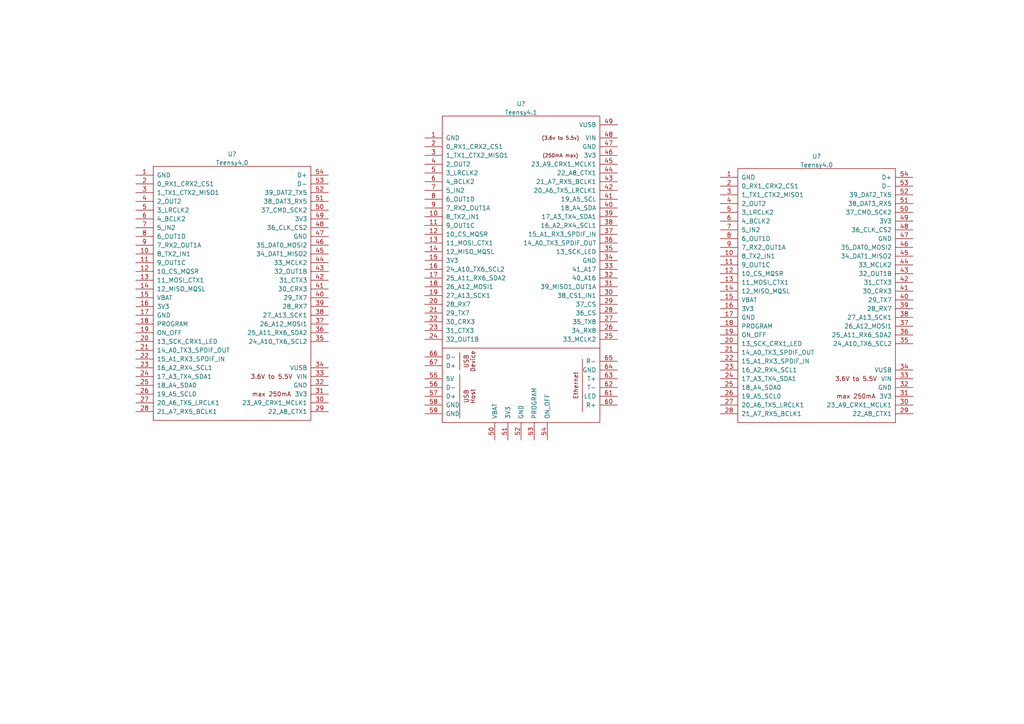
<source format=kicad_sch>
(kicad_sch (version 20211123) (generator eeschema)
  (paper "A4")
  (lib_symbols
    (symbol "teensy:Teensy4.0" (pin_names (offset 1.016))
      (property "Reference" "U" (at 0 39.37 0))
      (property "Value" "Teensy4.0" (at 0 -39.37 0))
      (symbol "Teensy4.0_0_0"
        (text "3.6V to 5.5V" (at 11.43 -24.13 0) (effects (font (size 1.27 1.27))))
        (text "max 250mA" (at 11.43 -29.21 0) (effects (font (size 1.27 1.27))))
        (pin bidirectional line (at -27.94 11.43 0) (length 5.08) (name "8_TX2_IN1") (number "10"))
        (pin bidirectional line (at -27.94 8.89 0) (length 5.08) (name "9_OUT1C") (number "11"))
        (pin bidirectional line (at -27.94 6.35 0) (length 5.08) (name "10_CS_MQSR") (number "12"))
        (pin bidirectional line (at -27.94 3.81 0) (length 5.08) (name "11_MOSI_CTX1") (number "13"))
        (pin bidirectional line (at -27.94 1.27 0) (length 5.08) (name "12_MISO_MQSL") (number "14"))
        (pin power_in line (at -27.94 -1.27 0) (length 5.08) (name "VBAT") (number "15"))
        (pin power_in line (at -27.94 -3.81 0) (length 5.08) (name "3V3") (number "16"))
        (pin power_in line (at -27.94 -6.35 0) (length 5.08) (name "GND") (number "17"))
        (pin input line (at -27.94 -8.89 0) (length 5.08) (name "PROGRAM") (number "18"))
        (pin input line (at -27.94 -11.43 0) (length 5.08) (name "ON_OFF") (number "19"))
        (pin bidirectional line (at -27.94 -13.97 0) (length 5.08) (name "13_SCK_CRX1_LED") (number "20"))
        (pin bidirectional line (at -27.94 -16.51 0) (length 5.08) (name "14_A0_TX3_SPDIF_OUT") (number "21"))
        (pin bidirectional line (at -27.94 -19.05 0) (length 5.08) (name "15_A1_RX3_SPDIF_IN") (number "22"))
        (pin bidirectional line (at -27.94 -21.59 0) (length 5.08) (name "16_A2_RX4_SCL1") (number "23"))
        (pin bidirectional line (at -27.94 -24.13 0) (length 5.08) (name "17_A3_TX4_SDA1") (number "24"))
        (pin bidirectional line (at -27.94 -26.67 0) (length 5.08) (name "18_A4_SDA0") (number "25"))
        (pin bidirectional line (at -27.94 -29.21 0) (length 5.08) (name "19_A5_SCL0") (number "26"))
        (pin bidirectional line (at -27.94 -31.75 0) (length 5.08) (name "20_A6_TX5_LRCLK1") (number "27"))
        (pin bidirectional line (at -27.94 -34.29 0) (length 5.08) (name "21_A7_RX5_BCLK1") (number "28"))
        (pin bidirectional line (at 27.94 -34.29 180) (length 5.08) (name "22_A8_CTX1") (number "29"))
        (pin bidirectional line (at 27.94 -31.75 180) (length 5.08) (name "23_A9_CRX1_MCLK1") (number "30"))
        (pin power_out line (at 27.94 -29.21 180) (length 5.08) (name "3V3") (number "31"))
        (pin power_in line (at 27.94 -26.67 180) (length 5.08) (name "GND") (number "32"))
        (pin power_in line (at 27.94 -24.13 180) (length 5.08) (name "VIN") (number "33"))
        (pin power_out line (at 27.94 -21.59 180) (length 5.08) (name "VUSB") (number "34"))
        (pin bidirectional line (at 27.94 -13.97 180) (length 5.08) (name "24_A10_TX6_SCL2") (number "35"))
        (pin bidirectional line (at 27.94 -11.43 180) (length 5.08) (name "25_A11_RX6_SDA2") (number "36"))
        (pin bidirectional line (at 27.94 -8.89 180) (length 5.08) (name "26_A12_MOSI1") (number "37"))
        (pin bidirectional line (at 27.94 -6.35 180) (length 5.08) (name "27_A13_SCK1") (number "38"))
        (pin bidirectional line (at 27.94 -3.81 180) (length 5.08) (name "28_RX7") (number "39"))
        (pin bidirectional line (at 27.94 -1.27 180) (length 5.08) (name "29_TX7") (number "40"))
        (pin bidirectional line (at 27.94 1.27 180) (length 5.08) (name "30_CRX3") (number "41"))
        (pin bidirectional line (at 27.94 3.81 180) (length 5.08) (name "31_CTX3") (number "42"))
        (pin bidirectional line (at 27.94 6.35 180) (length 5.08) (name "32_OUT1B") (number "43"))
        (pin bidirectional line (at 27.94 8.89 180) (length 5.08) (name "33_MCLK2") (number "44"))
        (pin bidirectional line (at 27.94 11.43 180) (length 5.08) (name "34_DAT1_MISO2") (number "45"))
        (pin bidirectional line (at 27.94 13.97 180) (length 5.08) (name "35_DAT0_MOSI2") (number "46"))
        (pin power_out line (at 27.94 16.51 180) (length 5.08) (name "GND") (number "47"))
        (pin bidirectional line (at 27.94 19.05 180) (length 5.08) (name "36_CLK_CS2") (number "48"))
        (pin power_out line (at 27.94 21.59 180) (length 5.08) (name "3V3") (number "49"))
        (pin bidirectional line (at -27.94 24.13 0) (length 5.08) (name "3_LRCLK2") (number "5"))
        (pin bidirectional line (at 27.94 24.13 180) (length 5.08) (name "37_CMD_SCK2") (number "50"))
        (pin bidirectional line (at 27.94 26.67 180) (length 5.08) (name "38_DAT3_RX5") (number "51"))
        (pin bidirectional line (at 27.94 29.21 180) (length 5.08) (name "39_DAT2_TX5") (number "52"))
        (pin bidirectional line (at 27.94 31.75 180) (length 5.08) (name "D-") (number "53"))
        (pin bidirectional line (at 27.94 34.29 180) (length 5.08) (name "D+") (number "54"))
        (pin bidirectional line (at -27.94 21.59 0) (length 5.08) (name "4_BCLK2") (number "6"))
        (pin bidirectional line (at -27.94 19.05 0) (length 5.08) (name "5_IN2") (number "7"))
        (pin bidirectional line (at -27.94 16.51 0) (length 5.08) (name "6_OUT1D") (number "8"))
        (pin bidirectional line (at -27.94 13.97 0) (length 5.08) (name "7_RX2_OUT1A") (number "9"))
      )
      (symbol "Teensy4.0_0_1"
        (rectangle (start -22.86 36.83) (end 22.86 -36.83))
        (rectangle (start -20.32 -31.75) (end -20.32 -31.75))
      )
      (symbol "Teensy4.0_1_1"
        (pin power_in line (at -27.94 34.29 0) (length 5.08) (name "GND") (number "1"))
        (pin bidirectional line (at -27.94 31.75 0) (length 5.08) (name "0_RX1_CRX2_CS1") (number "2"))
        (pin bidirectional line (at -27.94 29.21 0) (length 5.08) (name "1_TX1_CTX2_MISO1") (number "3"))
        (pin bidirectional line (at -27.94 26.67 0) (length 5.08) (name "2_OUT2") (number "4"))
      )
    )
    (symbol "teensy:Teensy4.1" (pin_names (offset 1.016))
      (property "Reference" "U" (at 0 64.77 0))
      (property "Value" "Teensy4.1" (at 0 62.23 0))
      (symbol "Teensy4.1_0_0"
        (polyline (pts (xy -22.86 -6.35) (xy 22.86 -6.35)))
        (polyline (pts (xy -17.78 -26.67) (xy -17.78 -13.97)))
        (polyline (pts (xy -17.78 -7.62) (xy -17.78 -12.7)))
        (polyline (pts (xy 17.78 -9.525) (xy 17.78 -24.765)))
        (text "(250mA max)" (at 11.43 49.53 0) (effects (font (size 1.016 1.016))))
        (text "(3.6v to 5.5v)" (at 11.43 54.61 0) (effects (font (size 1.016 1.016))))
        (text "Device" (at -13.97 -10.16 900) (effects (font (size 1.27 1.27))))
        (text "Ethernet" (at 15.875 -17.145 900) (effects (font (size 1.27 1.27))))
        (text "Host" (at -13.97 -20.32 900) (effects (font (size 1.27 1.27))))
        (text "USB" (at -15.875 -20.32 900) (effects (font (size 1.27 1.27))))
        (text "USB" (at -15.875 -10.16 900) (effects (font (size 1.27 1.27))))
        (pin bidirectional line (at -27.94 31.75 0) (length 5.08) (name "8_TX2_IN1") (number "10"))
        (pin bidirectional line (at -27.94 29.21 0) (length 5.08) (name "9_OUT1C") (number "11"))
        (pin bidirectional line (at -27.94 26.67 0) (length 5.08) (name "10_CS_MQSR") (number "12"))
        (pin bidirectional line (at -27.94 24.13 0) (length 5.08) (name "11_MOSI_CTX1") (number "13"))
        (pin bidirectional line (at -27.94 21.59 0) (length 5.08) (name "12_MISO_MQSL") (number "14"))
        (pin power_in line (at -27.94 19.05 0) (length 5.08) (name "3V3") (number "15"))
        (pin bidirectional line (at -27.94 16.51 0) (length 5.08) (name "24_A10_TX6_SCL2") (number "16"))
        (pin bidirectional line (at -27.94 13.97 0) (length 5.08) (name "25_A11_RX6_SDA2") (number "17"))
        (pin bidirectional line (at -27.94 11.43 0) (length 5.08) (name "26_A12_MOSI1") (number "18"))
        (pin bidirectional line (at -27.94 8.89 0) (length 5.08) (name "27_A13_SCK1") (number "19"))
        (pin bidirectional line (at -27.94 6.35 0) (length 5.08) (name "28_RX7") (number "20"))
        (pin bidirectional line (at -27.94 3.81 0) (length 5.08) (name "29_TX7") (number "21"))
        (pin bidirectional line (at -27.94 1.27 0) (length 5.08) (name "30_CRX3") (number "22"))
        (pin bidirectional line (at -27.94 -1.27 0) (length 5.08) (name "31_CTX3") (number "23"))
        (pin bidirectional line (at -27.94 -3.81 0) (length 5.08) (name "32_OUT1B") (number "24"))
        (pin bidirectional line (at 27.94 -3.81 180) (length 5.08) (name "33_MCLK2") (number "25"))
        (pin bidirectional line (at 27.94 -1.27 180) (length 5.08) (name "34_RX8") (number "26"))
        (pin bidirectional line (at 27.94 1.27 180) (length 5.08) (name "35_TX8") (number "27"))
        (pin bidirectional line (at 27.94 3.81 180) (length 5.08) (name "36_CS") (number "28"))
        (pin bidirectional line (at 27.94 6.35 180) (length 5.08) (name "37_CS") (number "29"))
        (pin bidirectional line (at 27.94 8.89 180) (length 5.08) (name "38_CS1_IN1") (number "30"))
        (pin bidirectional line (at 27.94 11.43 180) (length 5.08) (name "39_MISO1_OUT1A") (number "31"))
        (pin bidirectional line (at 27.94 13.97 180) (length 5.08) (name "40_A16") (number "32"))
        (pin bidirectional line (at 27.94 16.51 180) (length 5.08) (name "41_A17") (number "33"))
        (pin bidirectional line (at 27.94 21.59 180) (length 5.08) (name "13_SCK_LED") (number "35"))
        (pin bidirectional line (at 27.94 24.13 180) (length 5.08) (name "14_A0_TX3_SPDIF_OUT") (number "36"))
        (pin bidirectional line (at 27.94 26.67 180) (length 5.08) (name "15_A1_RX3_SPDIF_IN") (number "37"))
        (pin bidirectional line (at 27.94 29.21 180) (length 5.08) (name "16_A2_RX4_SCL1") (number "38"))
        (pin bidirectional line (at 27.94 31.75 180) (length 5.08) (name "17_A3_TX4_SDA1") (number "39"))
        (pin bidirectional line (at 27.94 34.29 180) (length 5.08) (name "18_A4_SDA") (number "40"))
        (pin bidirectional line (at 27.94 36.83 180) (length 5.08) (name "19_A5_SCL") (number "41"))
        (pin bidirectional line (at 27.94 39.37 180) (length 5.08) (name "20_A6_TX5_LRCLK1") (number "42"))
        (pin bidirectional line (at 27.94 41.91 180) (length 5.08) (name "21_A7_RX5_BCLK1") (number "43"))
        (pin bidirectional line (at 27.94 44.45 180) (length 5.08) (name "22_A8_CTX1") (number "44"))
        (pin bidirectional line (at 27.94 46.99 180) (length 5.08) (name "23_A9_CRX1_MCLK1") (number "45"))
        (pin output line (at 27.94 49.53 180) (length 5.08) (name "3V3") (number "46"))
        (pin output line (at 27.94 52.07 180) (length 5.08) (name "GND") (number "47"))
        (pin power_in line (at 27.94 54.61 180) (length 5.08) (name "VIN") (number "48"))
        (pin power_out line (at 27.94 58.42 180) (length 5.08) (name "VUSB") (number "49"))
        (pin bidirectional line (at -27.94 44.45 0) (length 5.08) (name "3_LRCLK2") (number "5"))
        (pin power_in line (at -7.62 -33.02 90) (length 5.08) (name "VBAT") (number "50"))
        (pin power_in line (at -3.81 -33.02 90) (length 5.08) (name "3V3") (number "51"))
        (pin input line (at 0 -33.02 90) (length 5.08) (name "GND") (number "52"))
        (pin input line (at 3.81 -33.02 90) (length 5.08) (name "PROGRAM") (number "53"))
        (pin input line (at 7.62 -33.02 90) (length 5.08) (name "ON_OFF") (number "54"))
        (pin power_out line (at -27.94 -15.24 0) (length 5.08) (name "5V") (number "55"))
        (pin bidirectional line (at -27.94 -17.78 0) (length 5.08) (name "D-") (number "56"))
        (pin bidirectional line (at -27.94 -20.32 0) (length 5.08) (name "D+") (number "57"))
        (pin power_in line (at -27.94 -22.86 0) (length 5.08) (name "GND") (number "58"))
        (pin power_in line (at -27.94 -25.4 0) (length 5.08) (name "GND") (number "59"))
        (pin bidirectional line (at -27.94 41.91 0) (length 5.08) (name "4_BCLK2") (number "6"))
        (pin bidirectional line (at 27.94 -22.86 180) (length 5.08) (name "R+") (number "60"))
        (pin bidirectional line (at 27.94 -20.32 180) (length 5.08) (name "LED") (number "61"))
        (pin bidirectional line (at 27.94 -17.78 180) (length 5.08) (name "T-") (number "62"))
        (pin bidirectional line (at 27.94 -15.24 180) (length 5.08) (name "T+") (number "63"))
        (pin power_in line (at 27.94 -12.7 180) (length 5.08) (name "GND") (number "64"))
        (pin bidirectional line (at 27.94 -10.16 180) (length 5.08) (name "R-") (number "65"))
        (pin bidirectional line (at -27.94 -8.89 0) (length 5.08) (name "D-") (number "66"))
        (pin bidirectional line (at -27.94 -11.43 0) (length 5.08) (name "D+") (number "67"))
        (pin bidirectional line (at -27.94 39.37 0) (length 5.08) (name "5_IN2") (number "7"))
        (pin bidirectional line (at -27.94 36.83 0) (length 5.08) (name "6_OUT1D") (number "8"))
        (pin bidirectional line (at -27.94 34.29 0) (length 5.08) (name "7_RX2_OUT1A") (number "9"))
      )
      (symbol "Teensy4.1_0_1"
        (rectangle (start -22.86 60.96) (end 22.86 -27.94))
        (rectangle (start -20.32 -1.27) (end -20.32 -1.27))
      )
      (symbol "Teensy4.1_1_1"
        (pin power_in line (at -27.94 54.61 0) (length 5.08) (name "GND") (number "1"))
        (pin bidirectional line (at -27.94 52.07 0) (length 5.08) (name "0_RX1_CRX2_CS1") (number "2"))
        (pin bidirectional line (at -27.94 49.53 0) (length 5.08) (name "1_TX1_CTX2_MISO1") (number "3"))
        (pin power_in line (at 27.94 19.05 180) (length 5.08) (name "GND") (number "34"))
        (pin bidirectional line (at -27.94 46.99 0) (length 5.08) (name "2_OUT2") (number "4"))
      )
    )
  )
  (symbol (lib_id "teensy:Teensy4.0") (at 67.31 85.09 0) (unit 1)
    (property "Reference" "U?" (at 67.31 44.6872 0))
    (property "Value" "Teensy4.0" (at 67.31 47.2241 0))
  )
  (symbol (lib_id "teensy:Teensy4.1") (at 151.13 94.615 0) (unit 1)
    (property "Reference" "U?" (at 151.13 30.0822 0))
    (property "Value" "Teensy4.1" (at 151.13 32.6191 0))
  )
  (symbol (lib_id "teensy:Teensy4.0") (at 236.855 85.725 0) (unit 1)
    (property "Reference" "U?" (at 236.855 45.3222 0))
    (property "Value" "Teensy4.0" (at 236.855 47.8591 0))
  )
)
</source>
